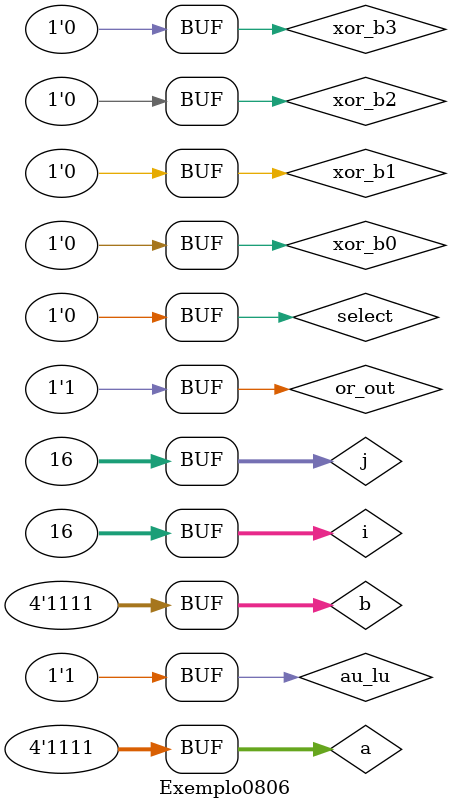
<source format=v>
/*
Arquitetura de Computadores I - Pucminas
Pedro Henrique Lima Carvalho
Matricula: 651230
Turno: Tarde
Guia 08
Exemplo0806
*/
module halfadder (output s0, carry_out, input a, b);
xor XOR1 (s0, a, b);
and AND1 (carry_out, a, b);
endmodule

module fulladder (output s, carry_out, input a, b, carry_in);
wire out_adder1, cout_adder1, cout_adder2;
halfadder Adder1 (out_adder1, cout_adder1, a, b);
halfadder Adder2 (s, cout_adder2, out_adder1, carry_in);
or OR1(carry_out, cout_adder1, cout_adder2);
endmodule

module mux (output s, input a, b, select);
wire not_select, and1, and2;
not (not_select, select);
and (and1, a, not_select);
and (and2, b, select);
or (s, and1, and2);
endmodule

module lu (output [3:0] out, input [3:0] in, input au_lu);
wire out_or;
nor (out_or, in[0], in[1], in[2], in[3]);
mux MUX0(out[0], in[0], out_or, au_lu);
mux MUX1(out[1], in[1], 1'b0, au_lu);
mux MUX2(out[2], in[2], 1'b0, au_lu);
mux MUX3(out[3], in[3], 1'b0, au_lu);
endmodule

module Exemplo0806;

//definicoes
integer h, i, j;
reg select, au_lu;
reg[3:0] a, b;
wire[4:0] p_lu;
wire[3:0] s;
wire or_out, cout_fa1, cout_fa2, cout_fa3, xor_b0, xor_b1, xor_b2, xor_b3;
or(or_out, select, au_lu);
xor (xor_b0, b[0], or_out);
xor (xor_b1, b[1], or_out);
xor (xor_b2, b[2], or_out);
xor (xor_b3, b[3], or_out);


fulladder FA1 (p_lu[0], cout_fa1, a[0], xor_b0, or_out);
fulladder FA2 (p_lu[1], cout_fa2, a[1], xor_b1, cout_fa1);
fulladder FA3 (p_lu[2], cout_fa3, a[2], xor_b2, cout_fa2);
fulladder FA4 (p_lu[3], p_lu[4], a[3], xor_b3, cout_fa3);

lu LU1 (s, p_lu[3:0], au_lu);

initial
begin: main
$display("Exemplo_0806");
$display("Pedro Henrique Lima Carvalho 651230");
$display("  a      b    result | select au_lu");
a=0; b=0; select=0; au_lu=0;

//monitor
#1 $monitor("%b   %b = %b   |    %b     %b ", a, b, s, select, au_lu);

$display("  a      b    result | select au_lu");
  for (i = 0; i < 16; i=i+1) begin
    for (j = 0; j < 16; j=j+1) begin
      #1 a=i; b=j;
    end
  end

select=1;
$display("  a      b    result | select au_lu");
  for (i = 0; i < 16; i=i+1) begin
    for (j = 0; j < 16; j=j+1) begin
      #1 a=i; b=j;
    end
  end

select=0; au_lu=1;
$display("  a      b    result | select au_lu");
  for (i = 0; i < 16; i=i+1) begin
    for (j = 0; j < 16; j=j+1) begin
      #1 a=i; b=j;
    end
  end
end
endmodule

</source>
